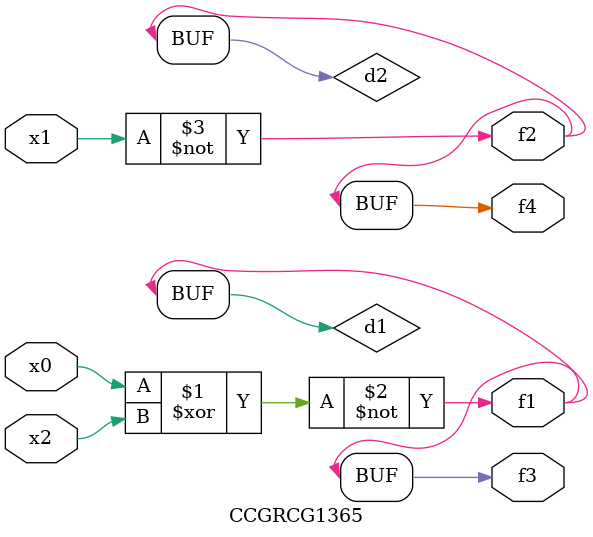
<source format=v>
module CCGRCG1365(
	input x0, x1, x2,
	output f1, f2, f3, f4
);

	wire d1, d2, d3;

	xnor (d1, x0, x2);
	nand (d2, x1);
	nor (d3, x1, x2);
	assign f1 = d1;
	assign f2 = d2;
	assign f3 = d1;
	assign f4 = d2;
endmodule

</source>
